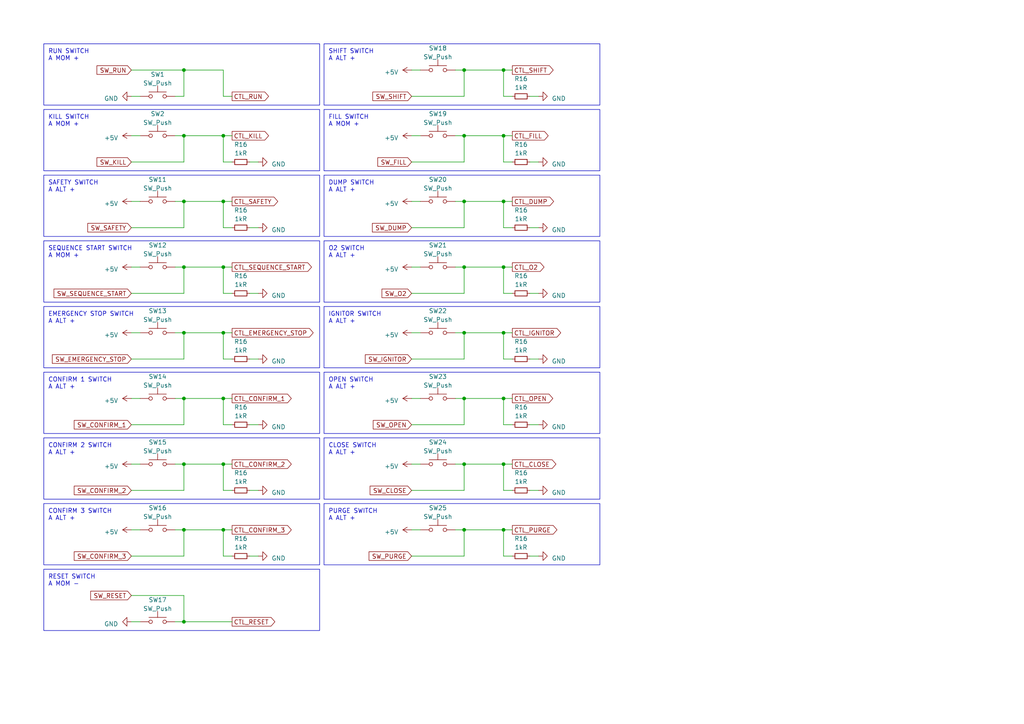
<source format=kicad_sch>
(kicad_sch (version 20230121) (generator eeschema)
  (paper "A4")
  (lib_symbols
    (symbol "Device:R_Small" (pin_numbers hide) (pin_names (offset 0.254) hide)
      (property "Reference" "R" (at 0.762 0.508 0))
      (property "Value" "R_Small" (at 0.762 -1.016 0))
      (symbol "R_Small_0_1"
        (rectangle (start -0.762 1.778) (end 0.762 -1.778) (stroke (width 0.2032)))
      )
      (symbol "R_Small_1_1"
        (pin passive line (at 0 2.54 270) (length 0.762) (name "~") (number "1"))
        (pin passive line (at 0 -2.54 90) (length 0.762) (name "~") (number "2"))
      )
    )
    (symbol "Switch:SW_Push" (pin_numbers hide) (pin_names (offset 1.016) hide)
      (property "Reference" "SW" (at 1.27 2.54 0))
      (property "Value" "SW_Push" (at 0 -1.524 0))
      (symbol "SW_Push_0_1"
        (circle (center -2.032 0) (radius 0.508))
        (polyline (pts (xy 0 1.27) (xy 0 3.048)))
        (polyline (pts (xy 2.54 1.27) (xy -2.54 1.27)))
        (circle (center 2.032 0) (radius 0.508))
        (pin passive line (at -5.08 0 0) (length 2.54) (name "1") (number "1"))
        (pin passive line (at 5.08 0 180) (length 2.54) (name "2") (number "2"))
      )
    )
    (symbol "power:+5V" (power) (pin_names (offset 0))
      (property "Value" "+5V" (at 0 3.556 0))
      (symbol "+5V_0_1"
        (polyline (pts (xy -0.762 1.27) (xy 0 2.54)))
        (polyline (pts (xy 0 0) (xy 0 2.54)))
        (polyline (pts (xy 0 2.54) (xy 0.762 1.27)))
      )
      (symbol "+5V_1_1"
        (pin power_in line (at 0 0 90) (length 0) hide (name "+5V") (number "1"))
      )
    )
    (symbol "power:GND" (power) (pin_names (offset 0))
      (property "Value" "GND" (at 0 -3.81 0))
      (symbol "GND_0_1"
        (polyline (pts (xy 0 0) (xy 0 -1.27) (xy 1.27 -1.27) (xy 0 -2.54) (xy -1.27 -1.27) (xy 0 -1.27)))
      )
      (symbol "GND_1_1"
        (pin power_in line (at 0 0 270) (length 0) hide (name "GND") (number "1"))
      )
    )
  )
  (junction (at 146.05 58.42))
  (junction (at 146.05 20.32))
  (junction (at 53.34 153.67))
  (junction (at 134.62 58.42))
  (junction (at 53.34 58.42))
  (junction (at 134.62 77.47))
  (junction (at 53.34 180.34))
  (junction (at 53.34 115.57))
  (junction (at 134.62 96.52))
  (junction (at 134.62 134.62))
  (junction (at 64.77 39.37))
  (junction (at 134.62 20.32))
  (junction (at 53.34 134.62))
  (junction (at 64.77 58.42))
  (junction (at 64.77 134.62))
  (junction (at 64.77 153.67))
  (junction (at 146.05 77.47))
  (junction (at 64.77 96.52))
  (junction (at 53.34 77.47))
  (junction (at 64.77 115.57))
  (junction (at 64.77 77.47))
  (junction (at 134.62 115.57))
  (junction (at 146.05 96.52))
  (junction (at 53.34 39.37))
  (junction (at 146.05 39.37))
  (junction (at 134.62 39.37))
  (junction (at 146.05 153.67))
  (junction (at 53.34 20.32))
  (junction (at 53.34 96.52))
  (junction (at 146.05 134.62))
  (junction (at 134.62 153.67))
  (junction (at 146.05 115.57))
  (wire (pts (xy 148.59 66.04) (xy 146.05 66.04)))
  (wire (pts (xy 67.31 161.29) (xy 64.77 161.29)))
  (wire (pts (xy 153.67 123.19) (xy 156.21 123.19)))
  (wire (pts (xy 53.34 153.67) (xy 64.77 153.67)))
  (wire (pts (xy 50.8 39.37) (xy 53.34 39.37)))
  (wire (pts (xy 40.64 180.34) (xy 38.1 180.34)))
  (wire (pts (xy 119.38 66.04) (xy 134.62 66.04)))
  (wire (pts (xy 153.67 142.24) (xy 156.21 142.24)))
  (wire (pts (xy 146.05 58.42) (xy 148.59 58.42)))
  (wire (pts (xy 132.08 39.37) (xy 134.62 39.37)))
  (wire (pts (xy 53.34 46.99) (xy 53.34 39.37)))
  (wire (pts (xy 134.62 85.09) (xy 134.62 77.47)))
  (wire (pts (xy 148.59 123.19) (xy 146.05 123.19)))
  (wire (pts (xy 146.05 153.67) (xy 146.05 161.29)))
  (wire (pts (xy 121.92 77.47) (xy 119.38 77.47)))
  (wire (pts (xy 134.62 27.94) (xy 134.62 20.32)))
  (wire (pts (xy 119.38 46.99) (xy 134.62 46.99)))
  (wire (pts (xy 119.38 27.94) (xy 134.62 27.94)))
  (wire (pts (xy 119.38 161.29) (xy 134.62 161.29)))
  (wire (pts (xy 53.34 104.14) (xy 53.34 96.52)))
  (wire (pts (xy 121.92 20.32) (xy 119.38 20.32)))
  (wire (pts (xy 38.1 142.24) (xy 53.34 142.24)))
  (wire (pts (xy 53.34 85.09) (xy 53.34 77.47)))
  (wire (pts (xy 121.92 39.37) (xy 119.38 39.37)))
  (wire (pts (xy 64.77 153.67) (xy 64.77 161.29)))
  (wire (pts (xy 148.59 46.99) (xy 146.05 46.99)))
  (wire (pts (xy 40.64 115.57) (xy 38.1 115.57)))
  (wire (pts (xy 132.08 77.47) (xy 134.62 77.47)))
  (wire (pts (xy 132.08 58.42) (xy 134.62 58.42)))
  (wire (pts (xy 146.05 58.42) (xy 146.05 66.04)))
  (wire (pts (xy 40.64 77.47) (xy 38.1 77.47)))
  (wire (pts (xy 146.05 96.52) (xy 148.59 96.52)))
  (wire (pts (xy 40.64 134.62) (xy 38.1 134.62)))
  (wire (pts (xy 40.64 58.42) (xy 38.1 58.42)))
  (wire (pts (xy 67.31 142.24) (xy 64.77 142.24)))
  (wire (pts (xy 72.39 123.19) (xy 74.93 123.19)))
  (wire (pts (xy 134.62 115.57) (xy 146.05 115.57)))
  (wire (pts (xy 146.05 77.47) (xy 146.05 85.09)))
  (wire (pts (xy 38.1 46.99) (xy 53.34 46.99)))
  (wire (pts (xy 153.67 85.09) (xy 156.21 85.09)))
  (wire (pts (xy 148.59 104.14) (xy 146.05 104.14)))
  (wire (pts (xy 50.8 134.62) (xy 53.34 134.62)))
  (wire (pts (xy 121.92 115.57) (xy 119.38 115.57)))
  (wire (pts (xy 53.34 115.57) (xy 64.77 115.57)))
  (wire (pts (xy 146.05 96.52) (xy 146.05 104.14)))
  (wire (pts (xy 72.39 142.24) (xy 74.93 142.24)))
  (wire (pts (xy 64.77 153.67) (xy 67.31 153.67)))
  (wire (pts (xy 67.31 66.04) (xy 64.77 66.04)))
  (wire (pts (xy 72.39 66.04) (xy 74.93 66.04)))
  (wire (pts (xy 146.05 39.37) (xy 146.05 46.99)))
  (wire (pts (xy 153.67 104.14) (xy 156.21 104.14)))
  (wire (pts (xy 134.62 161.29) (xy 134.62 153.67)))
  (wire (pts (xy 119.38 104.14) (xy 134.62 104.14)))
  (wire (pts (xy 148.59 161.29) (xy 146.05 161.29)))
  (wire (pts (xy 64.77 115.57) (xy 64.77 123.19)))
  (wire (pts (xy 121.92 134.62) (xy 119.38 134.62)))
  (wire (pts (xy 134.62 66.04) (xy 134.62 58.42)))
  (wire (pts (xy 132.08 115.57) (xy 134.62 115.57)))
  (wire (pts (xy 53.34 134.62) (xy 64.77 134.62)))
  (wire (pts (xy 53.34 27.94) (xy 53.34 20.32)))
  (wire (pts (xy 53.34 96.52) (xy 64.77 96.52)))
  (wire (pts (xy 146.05 77.47) (xy 148.59 77.47)))
  (wire (pts (xy 148.59 27.94) (xy 146.05 27.94)))
  (wire (pts (xy 40.64 153.67) (xy 38.1 153.67)))
  (wire (pts (xy 134.62 134.62) (xy 146.05 134.62)))
  (wire (pts (xy 38.1 85.09) (xy 53.34 85.09)))
  (wire (pts (xy 132.08 20.32) (xy 134.62 20.32)))
  (wire (pts (xy 64.77 134.62) (xy 64.77 142.24)))
  (wire (pts (xy 67.31 104.14) (xy 64.77 104.14)))
  (wire (pts (xy 40.64 96.52) (xy 38.1 96.52)))
  (wire (pts (xy 121.92 153.67) (xy 119.38 153.67)))
  (wire (pts (xy 53.34 39.37) (xy 64.77 39.37)))
  (wire (pts (xy 53.34 123.19) (xy 53.34 115.57)))
  (wire (pts (xy 153.67 46.99) (xy 156.21 46.99)))
  (wire (pts (xy 64.77 58.42) (xy 64.77 66.04)))
  (wire (pts (xy 64.77 39.37) (xy 67.31 39.37)))
  (wire (pts (xy 121.92 58.42) (xy 119.38 58.42)))
  (wire (pts (xy 134.62 20.32) (xy 146.05 20.32)))
  (wire (pts (xy 64.77 134.62) (xy 67.31 134.62)))
  (wire (pts (xy 67.31 46.99) (xy 64.77 46.99)))
  (wire (pts (xy 72.39 85.09) (xy 74.93 85.09)))
  (wire (pts (xy 146.05 20.32) (xy 148.59 20.32)))
  (wire (pts (xy 50.8 96.52) (xy 53.34 96.52)))
  (wire (pts (xy 53.34 172.72) (xy 53.34 180.34)))
  (wire (pts (xy 134.62 46.99) (xy 134.62 39.37)))
  (wire (pts (xy 121.92 96.52) (xy 119.38 96.52)))
  (wire (pts (xy 38.1 161.29) (xy 53.34 161.29)))
  (wire (pts (xy 134.62 58.42) (xy 146.05 58.42)))
  (wire (pts (xy 153.67 66.04) (xy 156.21 66.04)))
  (wire (pts (xy 146.05 134.62) (xy 146.05 142.24)))
  (wire (pts (xy 67.31 27.94) (xy 64.77 27.94)))
  (wire (pts (xy 119.38 85.09) (xy 134.62 85.09)))
  (wire (pts (xy 148.59 142.24) (xy 146.05 142.24)))
  (wire (pts (xy 119.38 142.24) (xy 134.62 142.24)))
  (wire (pts (xy 146.05 153.67) (xy 148.59 153.67)))
  (wire (pts (xy 64.77 96.52) (xy 64.77 104.14)))
  (wire (pts (xy 38.1 20.32) (xy 53.34 20.32)))
  (wire (pts (xy 132.08 134.62) (xy 134.62 134.62)))
  (wire (pts (xy 134.62 123.19) (xy 134.62 115.57)))
  (wire (pts (xy 38.1 27.94) (xy 40.64 27.94)))
  (wire (pts (xy 134.62 77.47) (xy 146.05 77.47)))
  (wire (pts (xy 132.08 96.52) (xy 134.62 96.52)))
  (wire (pts (xy 50.8 77.47) (xy 53.34 77.47)))
  (wire (pts (xy 134.62 96.52) (xy 146.05 96.52)))
  (wire (pts (xy 146.05 134.62) (xy 148.59 134.62)))
  (wire (pts (xy 40.64 39.37) (xy 38.1 39.37)))
  (wire (pts (xy 132.08 153.67) (xy 134.62 153.67)))
  (wire (pts (xy 134.62 104.14) (xy 134.62 96.52)))
  (wire (pts (xy 64.77 96.52) (xy 67.31 96.52)))
  (wire (pts (xy 134.62 39.37) (xy 146.05 39.37)))
  (wire (pts (xy 64.77 77.47) (xy 67.31 77.47)))
  (wire (pts (xy 53.34 180.34) (xy 67.31 180.34)))
  (wire (pts (xy 153.67 161.29) (xy 156.21 161.29)))
  (wire (pts (xy 64.77 58.42) (xy 67.31 58.42)))
  (wire (pts (xy 53.34 20.32) (xy 64.77 20.32)))
  (wire (pts (xy 53.34 142.24) (xy 53.34 134.62)))
  (wire (pts (xy 67.31 123.19) (xy 64.77 123.19)))
  (wire (pts (xy 72.39 104.14) (xy 74.93 104.14)))
  (wire (pts (xy 146.05 115.57) (xy 146.05 123.19)))
  (wire (pts (xy 50.8 153.67) (xy 53.34 153.67)))
  (wire (pts (xy 134.62 142.24) (xy 134.62 134.62)))
  (wire (pts (xy 134.62 153.67) (xy 146.05 153.67)))
  (wire (pts (xy 146.05 115.57) (xy 148.59 115.57)))
  (wire (pts (xy 50.8 58.42) (xy 53.34 58.42)))
  (wire (pts (xy 64.77 77.47) (xy 64.77 85.09)))
  (wire (pts (xy 72.39 46.99) (xy 74.93 46.99)))
  (wire (pts (xy 72.39 161.29) (xy 74.93 161.29)))
  (wire (pts (xy 153.67 27.94) (xy 156.21 27.94)))
  (wire (pts (xy 67.31 85.09) (xy 64.77 85.09)))
  (wire (pts (xy 38.1 123.19) (xy 53.34 123.19)))
  (wire (pts (xy 53.34 66.04) (xy 53.34 58.42)))
  (wire (pts (xy 148.59 85.09) (xy 146.05 85.09)))
  (wire (pts (xy 146.05 39.37) (xy 148.59 39.37)))
  (wire (pts (xy 64.77 39.37) (xy 64.77 46.99)))
  (wire (pts (xy 50.8 27.94) (xy 53.34 27.94)))
  (wire (pts (xy 50.8 180.34) (xy 53.34 180.34)))
  (wire (pts (xy 50.8 115.57) (xy 53.34 115.57)))
  (wire (pts (xy 38.1 104.14) (xy 53.34 104.14)))
  (wire (pts (xy 64.77 27.94) (xy 64.77 20.32)))
  (wire (pts (xy 53.34 161.29) (xy 53.34 153.67)))
  (wire (pts (xy 53.34 77.47) (xy 64.77 77.47)))
  (wire (pts (xy 64.77 115.57) (xy 67.31 115.57)))
  (wire (pts (xy 53.34 58.42) (xy 64.77 58.42)))
  (wire (pts (xy 38.1 66.04) (xy 53.34 66.04)))
  (wire (pts (xy 146.05 20.32) (xy 146.05 27.94)))
  (wire (pts (xy 119.38 123.19) (xy 134.62 123.19)))
  (wire (pts (xy 38.1 172.72) (xy 53.34 172.72)))
  (rectangle (start 12.7 127) (end 92.71 144.78))
  (rectangle (start 12.7 69.85) (end 92.71 87.63))
  (rectangle (start 12.7 50.8) (end 92.71 68.58))
  (rectangle (start 12.7 146.05) (end 92.71 163.83))
  (rectangle (start 93.98 31.75) (end 173.99 49.53))
  (rectangle (start 93.98 50.8) (end 173.99 68.58))
  (rectangle (start 12.7 12.7) (end 92.71 30.48))
  (rectangle (start 93.98 69.85) (end 173.99 87.63))
  (rectangle (start 12.7 107.95) (end 92.71 125.73))
  (rectangle (start 12.7 88.9) (end 92.71 106.68))
  (rectangle (start 12.7 31.75) (end 92.71 49.53))
  (rectangle (start 93.98 127) (end 173.99 144.78))
  (rectangle (start 12.7 165.1) (end 92.71 182.88))
  (rectangle (start 93.98 88.9) (end 173.99 106.68))
  (rectangle (start 93.98 146.05) (end 173.99 163.83))
  (rectangle (start 93.98 107.95) (end 173.99 125.73))
  (rectangle (start 93.98 12.7) (end 173.99 30.48))
  (text "SEQUENCE START SWITCH\nA MOM +" (at 13.97 74.93 0) (effects (font (size 1.27 1.27)) (justify left bottom)))
  (text "OPEN SWITCH\nA ALT +" (at 95.25 113.03 0) (effects (font (size 1.27 1.27)) (justify left bottom)))
  (text "CONFIRM 1 SWITCH\nA ALT +" (at 13.97 113.03 0) (effects (font (size 1.27 1.27)) (justify left bottom)))
  (text "IGNITOR SWITCH\nA ALT +" (at 95.25 93.98 0) (effects (font (size 1.27 1.27)) (justify left bottom)))
  (text "KILL SWITCH\nA MOM +" (at 13.97 36.83 0) (effects (font (size 1.27 1.27)) (justify left bottom)))
  (text "CLOSE SWITCH\nA ALT +" (at 95.25 132.08 0) (effects (font (size 1.27 1.27)) (justify left bottom)))
  (text "CONFIRM 2 SWITCH\nA ALT +" (at 13.97 132.08 0) (effects (font (size 1.27 1.27)) (justify left bottom)))
  (text "SAFETY SWITCH\nA ALT +" (at 13.97 55.88 0) (effects (font (size 1.27 1.27)) (justify left bottom)))
  (text "PURGE SWITCH\nA ALT +" (at 95.25 151.13 0) (effects (font (size 1.27 1.27)) (justify left bottom)))
  (text "CONFIRM 3 SWITCH\nA ALT +" (at 13.97 151.13 0) (effects (font (size 1.27 1.27)) (justify left bottom)))
  (text "SHIFT SWITCH\nA ALT +" (at 95.25 17.78 0) (effects (font (size 1.27 1.27)) (justify left bottom)))
  (text "RESET SWITCH\nA MOM -" (at 13.97 170.18 0) (effects (font (size 1.27 1.27)) (justify left bottom)))
  (text "FILL SWITCH\nA MOM +" (at 95.25 36.83 0) (effects (font (size 1.27 1.27)) (justify left bottom)))
  (text "RUN SWITCH\nA MOM +" (at 13.97 17.78 0) (effects (font (size 1.27 1.27)) (justify left bottom)))
  (text "DUMP SWITCH\nA ALT +" (at 95.25 55.88 0) (effects (font (size 1.27 1.27)) (justify left bottom)))
  (text "EMERGENCY STOP SWITCH\nA ALT +" (at 13.97 93.98 0) (effects (font (size 1.27 1.27)) (justify left bottom)))
  (text "O2 SWITCH\nA ALT +" (at 95.25 74.93 0) (effects (font (size 1.27 1.27)) (justify left bottom)))
  (global_label "CTL_SEQUENCE_START" (shape output) (at 67.31 77.47 0) (property "Intersheetrefs" "${INTERSHEET_REFS}" (effects hide)))
  (global_label "SW_RUN" (shape input) (at 38.1 20.32 180) (property "Intersheetrefs" "${INTERSHEET_REFS}" (effects hide)))
  (global_label "CTL_OPEN" (shape output) (at 148.59 115.57 0) (property "Intersheetrefs" "${INTERSHEET_REFS}" (effects hide)))
  (global_label "CTL_CONFIRM_2" (shape output) (at 67.31 134.62 0) (property "Intersheetrefs" "${INTERSHEET_REFS}" (effects hide)))
  (global_label "CTL_DUMP" (shape output) (at 148.59 58.42 0) (property "Intersheetrefs" "${INTERSHEET_REFS}" (effects hide)))
  (global_label "SW_OPEN" (shape input) (at 119.38 123.19 180) (property "Intersheetrefs" "${INTERSHEET_REFS}" (effects hide)))
  (global_label "SW_KILL" (shape input) (at 38.1 46.99 180) (property "Intersheetrefs" "${INTERSHEET_REFS}" (effects hide)))
  (global_label "CTL_PURGE" (shape output) (at 148.59 153.67 0) (property "Intersheetrefs" "${INTERSHEET_REFS}" (effects hide)))
  (global_label "SW_IGNITOR" (shape input) (at 119.38 104.14 180) (property "Intersheetrefs" "${INTERSHEET_REFS}" (effects hide)))
  (global_label "CTL_SHIFT" (shape output) (at 148.59 20.32 0) (property "Intersheetrefs" "${INTERSHEET_REFS}" (effects hide)))
  (global_label "CTL_CLOSE" (shape output) (at 148.59 134.62 0) (property "Intersheetrefs" "${INTERSHEET_REFS}" (effects hide)))
  (global_label "SW_SAFETY" (shape input) (at 38.1 66.04 180) (property "Intersheetrefs" "${INTERSHEET_REFS}" (effects hide)))
  (global_label "SW_O2" (shape input) (at 119.38 85.09 180) (property "Intersheetrefs" "${INTERSHEET_REFS}" (effects hide)))
  (global_label "SW_FILL" (shape input) (at 119.38 46.99 180) (property "Intersheetrefs" "${INTERSHEET_REFS}" (effects hide)))
  (global_label "SW_SHIFT" (shape input) (at 119.38 27.94 180) (property "Intersheetrefs" "${INTERSHEET_REFS}" (effects hide)))
  (global_label "CTL_SAFETY" (shape output) (at 67.31 58.42 0) (property "Intersheetrefs" "${INTERSHEET_REFS}" (effects hide)))
  (global_label "SW_CLOSE" (shape input) (at 119.38 142.24 180) (property "Intersheetrefs" "${INTERSHEET_REFS}" (effects hide)))
  (global_label "SW_CONFIRM_2" (shape input) (at 38.1 142.24 180) (property "Intersheetrefs" "${INTERSHEET_REFS}" (effects hide)))
  (global_label "CTL_KILL" (shape output) (at 67.31 39.37 0) (property "Intersheetrefs" "${INTERSHEET_REFS}" (effects hide)))
  (global_label "CTL_FILL" (shape output) (at 148.59 39.37 0) (property "Intersheetrefs" "${INTERSHEET_REFS}" (effects hide)))
  (global_label "CTL_RESET" (shape output) (at 67.31 180.34 0) (property "Intersheetrefs" "${INTERSHEET_REFS}" (effects hide)))
  (global_label "CTL_RUN" (shape output) (at 67.31 27.94 0) (property "Intersheetrefs" "${INTERSHEET_REFS}" (effects hide)))
  (global_label "CTL_EMERGENCY_STOP" (shape output) (at 67.31 96.52 0) (property "Intersheetrefs" "${INTERSHEET_REFS}" (effects hide)))
  (global_label "SW_PURGE" (shape input) (at 119.38 161.29 180) (property "Intersheetrefs" "${INTERSHEET_REFS}" (effects hide)))
  (global_label "SW_CONFIRM_3" (shape input) (at 38.1 161.29 180) (property "Intersheetrefs" "${INTERSHEET_REFS}" (effects hide)))
  (global_label "CTL_O2" (shape output) (at 148.59 77.47 0) (property "Intersheetrefs" "${INTERSHEET_REFS}" (effects hide)))
  (global_label "CTL_CONFIRM_1" (shape output) (at 67.31 115.57 0) (property "Intersheetrefs" "${INTERSHEET_REFS}" (effects hide)))
  (global_label "SW_RESET" (shape input) (at 38.1 172.72 180) (property "Intersheetrefs" "${INTERSHEET_REFS}" (effects hide)))
  (global_label "CTL_IGNITOR" (shape output) (at 148.59 96.52 0) (property "Intersheetrefs" "${INTERSHEET_REFS}" (effects hide)))
  (global_label "SW_SEQUENCE_START" (shape input) (at 38.1 85.09 180) (property "Intersheetrefs" "${INTERSHEET_REFS}" (effects hide)))
  (global_label "SW_EMERGENCY_STOP" (shape input) (at 38.1 104.14 180) (property "Intersheetrefs" "${INTERSHEET_REFS}" (effects hide)))
  (global_label "CTL_CONFIRM_3" (shape output) (at 67.31 153.67 0) (property "Intersheetrefs" "${INTERSHEET_REFS}" (effects hide)))
  (global_label "SW_CONFIRM_1" (shape input) (at 38.1 123.19 180) (property "Intersheetrefs" "${INTERSHEET_REFS}" (effects hide)))
  (global_label "SW_DUMP" (shape input) (at 119.38 66.04 180) (property "Intersheetrefs" "${INTERSHEET_REFS}" (effects hide)))
  (symbol (lib_id "Switch:SW_Push") (at 45.72 39.37 0) (unit 1)
    (property "Reference" "SW2" (at 45.72 33.02 0))
    (property "Value" "SW_Push" (at 45.72 35.56 0))
    (property "Footprint" "TSRP_Button_Switch_SMD:TVAF06-A020B-R" (effects hide))
    (property "Datasheet" "https://akizukidenshi.com/catalog/g/gP-14888/" (effects hide))
  )
  (symbol (lib_id "Device:R_Small") (at 151.13 104.14 90) (unit 1)
    (property "Reference" "R16" (at 151.13 99.06 90))
    (property "Value" "1kR" (at 151.13 101.6 90))
    (property "Footprint" "Resistor_SMD:R_0603_1608Metric_Pad0.98x0.95mm_HandSolder" (effects hide))
    (property "Datasheet" "https://www.chip1stop.com/view/dispDetail/DispDetail?partId=ROHM-0021097" (effects hide))
  )
  (symbol (lib_id "power:+5V") (at 38.1 77.47 90) (unit 1)
    (property "Reference" "#PWR0107" (effects hide))
    (property "Value" "+5V" (at 34.29 78.105 90) (effects (justify left)))
  )
  (symbol (lib_id "power:GND") (at 38.1 27.94 270) (unit 1)
    (property "Reference" "#PWR06" (effects hide))
    (property "Value" "GND" (at 34.29 28.575 90) (effects (justify right)))
  )
  (symbol (lib_id "power:+5V") (at 119.38 96.52 90) (unit 1)
    (property "Reference" "#PWR0127" (effects hide))
    (property "Value" "+5V" (at 115.57 97.155 90) (effects (justify left)))
  )
  (symbol (lib_id "power:GND") (at 74.93 142.24 90) (unit 1)
    (property "Reference" "#PWR0114" (effects hide))
    (property "Value" "GND" (at 78.74 142.875 90) (effects (justify right)))
  )
  (symbol (lib_id "Device:R_Small") (at 69.85 123.19 90) (unit 1)
    (property "Reference" "R16" (at 69.85 118.11 90))
    (property "Value" "1kR" (at 69.85 120.65 90))
    (property "Footprint" "Resistor_SMD:R_0603_1608Metric_Pad0.98x0.95mm_HandSolder" (effects hide))
    (property "Datasheet" "https://www.chip1stop.com/view/dispDetail/DispDetail?partId=ROHM-0021097" (effects hide))
  )
  (symbol (lib_id "Device:R_Small") (at 151.13 85.09 90) (unit 1)
    (property "Reference" "R16" (at 151.13 80.01 90))
    (property "Value" "1kR" (at 151.13 82.55 90))
    (property "Footprint" "Resistor_SMD:R_0603_1608Metric_Pad0.98x0.95mm_HandSolder" (effects hide))
    (property "Datasheet" "https://www.chip1stop.com/view/dispDetail/DispDetail?partId=ROHM-0021097" (effects hide))
  )
  (symbol (lib_id "power:+5V") (at 119.38 115.57 90) (unit 1)
    (property "Reference" "#PWR0129" (effects hide))
    (property "Value" "+5V" (at 115.57 116.205 90) (effects (justify left)))
  )
  (symbol (lib_id "power:GND") (at 156.21 123.19 90) (unit 1)
    (property "Reference" "#PWR0130" (effects hide))
    (property "Value" "GND" (at 160.02 123.825 90) (effects (justify right)))
  )
  (symbol (lib_id "Switch:SW_Push") (at 127 134.62 0) (unit 1)
    (property "Reference" "SW24" (at 127 128.27 0))
    (property "Value" "SW_Push" (at 127 130.81 0))
    (property "Footprint" "Connector_PinHeader_2.54mm:PinHeader_1x02_P2.54mm_Vertical" (effects hide))
    (property "Datasheet" "https://akizukidenshi.com/catalog/g/gC-08593/" (effects hide))
  )
  (symbol (lib_id "Device:R_Small") (at 151.13 46.99 90) (unit 1)
    (property "Reference" "R16" (at 151.13 41.91 90))
    (property "Value" "1kR" (at 151.13 44.45 90))
    (property "Footprint" "Resistor_SMD:R_0603_1608Metric_Pad0.98x0.95mm_HandSolder" (effects hide))
    (property "Datasheet" "https://www.chip1stop.com/view/dispDetail/DispDetail?partId=ROHM-0021097" (effects hide))
  )
  (symbol (lib_id "power:GND") (at 74.93 123.19 90) (unit 1)
    (property "Reference" "#PWR0112" (effects hide))
    (property "Value" "GND" (at 78.74 123.825 90) (effects (justify right)))
  )
  (symbol (lib_id "Device:R_Small") (at 69.85 85.09 90) (unit 1)
    (property "Reference" "R16" (at 69.85 80.01 90))
    (property "Value" "1kR" (at 69.85 82.55 90))
    (property "Footprint" "Resistor_SMD:R_0603_1608Metric_Pad0.98x0.95mm_HandSolder" (effects hide))
    (property "Datasheet" "https://www.chip1stop.com/view/dispDetail/DispDetail?partId=ROHM-0021097" (effects hide))
  )
  (symbol (lib_id "Switch:SW_Push") (at 127 77.47 0) (unit 1)
    (property "Reference" "SW21" (at 127 71.12 0))
    (property "Value" "SW_Push" (at 127 73.66 0))
    (property "Footprint" "Connector_PinHeader_2.54mm:PinHeader_1x02_P2.54mm_Vertical" (effects hide))
    (property "Datasheet" "https://akizukidenshi.com/catalog/g/gC-08593/" (effects hide))
  )
  (symbol (lib_id "power:GND") (at 156.21 66.04 90) (unit 1)
    (property "Reference" "#PWR0124" (effects hide))
    (property "Value" "GND" (at 160.02 66.675 90) (effects (justify right)))
  )
  (symbol (lib_id "Device:R_Small") (at 69.85 66.04 90) (unit 1)
    (property "Reference" "R16" (at 69.85 60.96 90))
    (property "Value" "1kR" (at 69.85 63.5 90))
    (property "Footprint" "Resistor_SMD:R_0603_1608Metric_Pad0.98x0.95mm_HandSolder" (effects hide))
    (property "Datasheet" "https://www.chip1stop.com/view/dispDetail/DispDetail?partId=ROHM-0021097" (effects hide))
  )
  (symbol (lib_id "Switch:SW_Push") (at 45.72 134.62 0) (unit 1)
    (property "Reference" "SW15" (at 45.72 128.27 0))
    (property "Value" "SW_Push" (at 45.72 130.81 0))
    (property "Footprint" "Connector_PinHeader_2.54mm:PinHeader_1x02_P2.54mm_Vertical" (effects hide))
    (property "Datasheet" "https://akizukidenshi.com/catalog/g/gC-08593/" (effects hide))
  )
  (symbol (lib_id "power:GND") (at 38.1 180.34 270) (unit 1)
    (property "Reference" "#PWR0104" (effects hide))
    (property "Value" "GND" (at 34.29 180.975 90) (effects (justify right)))
  )
  (symbol (lib_id "power:+5V") (at 38.1 134.62 90) (unit 1)
    (property "Reference" "#PWR0113" (effects hide))
    (property "Value" "+5V" (at 34.29 135.255 90) (effects (justify left)))
  )
  (symbol (lib_id "Switch:SW_Push") (at 127 153.67 0) (unit 1)
    (property "Reference" "SW25" (at 127 147.32 0))
    (property "Value" "SW_Push" (at 127 149.86 0))
    (property "Footprint" "Connector_PinHeader_2.54mm:PinHeader_1x02_P2.54mm_Vertical" (effects hide))
    (property "Datasheet" "https://akizukidenshi.com/catalog/g/gC-08593/" (effects hide))
  )
  (symbol (lib_id "Switch:SW_Push") (at 45.72 27.94 0) (unit 1)
    (property "Reference" "SW1" (at 45.72 21.59 0))
    (property "Value" "SW_Push" (at 45.72 24.13 0))
    (property "Footprint" "TSRP_Button_Switch_SMD:TVAF06-A020B-R" (effects hide))
    (property "Datasheet" "https://akizukidenshi.com/catalog/g/gP-14888/" (effects hide))
  )
  (symbol (lib_id "Device:R_Small") (at 69.85 104.14 90) (unit 1)
    (property "Reference" "R16" (at 69.85 99.06 90))
    (property "Value" "1kR" (at 69.85 101.6 90))
    (property "Footprint" "Resistor_SMD:R_0603_1608Metric_Pad0.98x0.95mm_HandSolder" (effects hide))
    (property "Datasheet" "https://www.chip1stop.com/view/dispDetail/DispDetail?partId=ROHM-0021097" (effects hide))
  )
  (symbol (lib_id "Device:R_Small") (at 151.13 123.19 90) (unit 1)
    (property "Reference" "R16" (at 151.13 118.11 90))
    (property "Value" "1kR" (at 151.13 120.65 90))
    (property "Footprint" "Resistor_SMD:R_0603_1608Metric_Pad0.98x0.95mm_HandSolder" (effects hide))
    (property "Datasheet" "https://www.chip1stop.com/view/dispDetail/DispDetail?partId=ROHM-0021097" (effects hide))
  )
  (symbol (lib_id "power:GND") (at 156.21 161.29 90) (unit 1)
    (property "Reference" "#PWR0134" (effects hide))
    (property "Value" "GND" (at 160.02 161.925 90) (effects (justify right)))
  )
  (symbol (lib_id "power:GND") (at 156.21 46.99 90) (unit 1)
    (property "Reference" "#PWR0122" (effects hide))
    (property "Value" "GND" (at 160.02 47.625 90) (effects (justify right)))
  )
  (symbol (lib_id "power:+5V") (at 119.38 153.67 90) (unit 1)
    (property "Reference" "#PWR0133" (effects hide))
    (property "Value" "+5V" (at 115.57 154.305 90) (effects (justify left)))
  )
  (symbol (lib_id "Switch:SW_Push") (at 45.72 180.34 0) (unit 1)
    (property "Reference" "SW17" (at 45.72 173.99 0))
    (property "Value" "SW_Push" (at 45.72 176.53 0))
    (property "Footprint" "TSRP_Button_Switch_SMD:TVAF06-A020B-R" (effects hide))
    (property "Datasheet" "https://akizukidenshi.com/catalog/g/gP-14888/" (effects hide))
  )
  (symbol (lib_id "power:+5V") (at 38.1 153.67 90) (unit 1)
    (property "Reference" "#PWR0115" (effects hide))
    (property "Value" "+5V" (at 34.29 154.305 90) (effects (justify left)))
  )
  (symbol (lib_id "power:GND") (at 74.93 104.14 90) (unit 1)
    (property "Reference" "#PWR0110" (effects hide))
    (property "Value" "GND" (at 78.74 104.775 90) (effects (justify right)))
  )
  (symbol (lib_id "power:GND") (at 74.93 85.09 90) (unit 1)
    (property "Reference" "#PWR0108" (effects hide))
    (property "Value" "GND" (at 78.74 85.725 90) (effects (justify right)))
  )
  (symbol (lib_id "Switch:SW_Push") (at 127 96.52 0) (unit 1)
    (property "Reference" "SW22" (at 127 90.17 0))
    (property "Value" "SW_Push" (at 127 92.71 0))
    (property "Footprint" "Connector_PinHeader_2.54mm:PinHeader_1x02_P2.54mm_Vertical" (effects hide))
    (property "Datasheet" "https://akizukidenshi.com/catalog/g/gC-08593/" (effects hide))
  )
  (symbol (lib_id "power:+5V") (at 119.38 20.32 90) (unit 1)
    (property "Reference" "#PWR0119" (effects hide))
    (property "Value" "+5V" (at 115.57 20.955 90) (effects (justify left)))
  )
  (symbol (lib_id "Device:R_Small") (at 69.85 161.29 90) (unit 1)
    (property "Reference" "R16" (at 69.85 156.21 90))
    (property "Value" "1kR" (at 69.85 158.75 90))
    (property "Footprint" "Resistor_SMD:R_0603_1608Metric_Pad0.98x0.95mm_HandSolder" (effects hide))
    (property "Datasheet" "https://www.chip1stop.com/view/dispDetail/DispDetail?partId=ROHM-0021097" (effects hide))
  )
  (symbol (lib_id "Device:R_Small") (at 151.13 66.04 90) (unit 1)
    (property "Reference" "R16" (at 151.13 60.96 90))
    (property "Value" "1kR" (at 151.13 63.5 90))
    (property "Footprint" "Resistor_SMD:R_0603_1608Metric_Pad0.98x0.95mm_HandSolder" (effects hide))
    (property "Datasheet" "https://www.chip1stop.com/view/dispDetail/DispDetail?partId=ROHM-0021097" (effects hide))
  )
  (symbol (lib_id "Device:R_Small") (at 151.13 27.94 90) (unit 1)
    (property "Reference" "R16" (at 151.13 22.86 90))
    (property "Value" "1kR" (at 151.13 25.4 90))
    (property "Footprint" "Resistor_SMD:R_0603_1608Metric_Pad0.98x0.95mm_HandSolder" (effects hide))
    (property "Datasheet" "https://www.chip1stop.com/view/dispDetail/DispDetail?partId=ROHM-0021097" (effects hide))
  )
  (symbol (lib_id "Switch:SW_Push") (at 45.72 115.57 0) (unit 1)
    (property "Reference" "SW14" (at 45.72 109.22 0))
    (property "Value" "SW_Push" (at 45.72 111.76 0))
    (property "Footprint" "Connector_PinHeader_2.54mm:PinHeader_1x02_P2.54mm_Vertical" (effects hide))
    (property "Datasheet" "https://akizukidenshi.com/catalog/g/gC-08593/" (effects hide))
  )
  (symbol (lib_id "Device:R_Small") (at 151.13 161.29 90) (unit 1)
    (property "Reference" "R16" (at 151.13 156.21 90))
    (property "Value" "1kR" (at 151.13 158.75 90))
    (property "Footprint" "Resistor_SMD:R_0603_1608Metric_Pad0.98x0.95mm_HandSolder" (effects hide))
    (property "Datasheet" "https://www.chip1stop.com/view/dispDetail/DispDetail?partId=ROHM-0021097" (effects hide))
  )
  (symbol (lib_id "Switch:SW_Push") (at 45.72 58.42 0) (unit 1)
    (property "Reference" "SW11" (at 45.72 52.07 0))
    (property "Value" "SW_Push" (at 45.72 54.61 0))
    (property "Footprint" "Connector_PinHeader_2.54mm:PinHeader_1x02_P2.54mm_Vertical" (effects hide))
    (property "Datasheet" "https://akizukidenshi.com/catalog/g/gC-08593/" (effects hide))
  )
  (symbol (lib_id "power:GND") (at 156.21 27.94 90) (unit 1)
    (property "Reference" "#PWR0120" (effects hide))
    (property "Value" "GND" (at 160.02 28.575 90) (effects (justify right)))
  )
  (symbol (lib_id "Switch:SW_Push") (at 127 20.32 0) (unit 1)
    (property "Reference" "SW18" (at 127 13.97 0))
    (property "Value" "SW_Push" (at 127 16.51 0))
    (property "Footprint" "Connector_PinHeader_2.54mm:PinHeader_1x02_P2.54mm_Vertical" (effects hide))
    (property "Datasheet" "https://akizukidenshi.com/catalog/g/gC-08593/" (effects hide))
  )
  (symbol (lib_id "Switch:SW_Push") (at 45.72 77.47 0) (unit 1)
    (property "Reference" "SW12" (at 45.72 71.12 0))
    (property "Value" "SW_Push" (at 45.72 73.66 0))
    (property "Footprint" "Connector_PinHeader_2.54mm:PinHeader_1x02_P2.54mm_Vertical" (effects hide))
    (property "Datasheet" "https://akizukidenshi.com/catalog/g/gC-08593/" (effects hide))
  )
  (symbol (lib_id "power:+5V") (at 38.1 96.52 90) (unit 1)
    (property "Reference" "#PWR0109" (effects hide))
    (property "Value" "+5V" (at 34.29 97.155 90) (effects (justify left)))
  )
  (symbol (lib_id "power:+5V") (at 38.1 58.42 90) (unit 1)
    (property "Reference" "#PWR082" (effects hide))
    (property "Value" "+5V" (at 34.29 59.055 90) (effects (justify left)))
  )
  (symbol (lib_id "power:GND") (at 74.93 66.04 90) (unit 1)
    (property "Reference" "#PWR0106" (effects hide))
    (property "Value" "GND" (at 78.74 66.675 90) (effects (justify right)))
  )
  (symbol (lib_id "Switch:SW_Push") (at 127 58.42 0) (unit 1)
    (property "Reference" "SW20" (at 127 52.07 0))
    (property "Value" "SW_Push" (at 127 54.61 0))
    (property "Footprint" "Connector_PinHeader_2.54mm:PinHeader_1x02_P2.54mm_Vertical" (effects hide))
    (property "Datasheet" "https://akizukidenshi.com/catalog/g/gC-08593/" (effects hide))
  )
  (symbol (lib_id "power:+5V") (at 119.38 77.47 90) (unit 1)
    (property "Reference" "#PWR0125" (effects hide))
    (property "Value" "+5V" (at 115.57 78.105 90) (effects (justify left)))
  )
  (symbol (lib_id "power:GND") (at 156.21 104.14 90) (unit 1)
    (property "Reference" "#PWR0128" (effects hide))
    (property "Value" "GND" (at 160.02 104.775 90) (effects (justify right)))
  )
  (symbol (lib_id "Device:R_Small") (at 151.13 142.24 90) (unit 1)
    (property "Reference" "R16" (at 151.13 137.16 90))
    (property "Value" "1kR" (at 151.13 139.7 90))
    (property "Footprint" "Resistor_SMD:R_0603_1608Metric_Pad0.98x0.95mm_HandSolder" (effects hide))
    (property "Datasheet" "https://www.chip1stop.com/view/dispDetail/DispDetail?partId=ROHM-0021097" (effects hide))
  )
  (symbol (lib_id "Device:R_Small") (at 69.85 46.99 90) (unit 1)
    (property "Reference" "R16" (at 69.85 41.91 90))
    (property "Value" "1kR" (at 69.85 44.45 90))
    (property "Footprint" "Resistor_SMD:R_0603_1608Metric_Pad0.98x0.95mm_HandSolder" (effects hide))
    (property "Datasheet" "https://www.chip1stop.com/view/dispDetail/DispDetail?partId=ROHM-0021097" (effects hide))
  )
  (symbol (lib_id "Switch:SW_Push") (at 45.72 153.67 0) (unit 1)
    (property "Reference" "SW16" (at 45.72 147.32 0))
    (property "Value" "SW_Push" (at 45.72 149.86 0))
    (property "Footprint" "Connector_PinHeader_2.54mm:PinHeader_1x02_P2.54mm_Vertical" (effects hide))
    (property "Datasheet" "https://akizukidenshi.com/catalog/g/gC-08593/" (effects hide))
  )
  (symbol (lib_id "Device:R_Small") (at 69.85 142.24 90) (unit 1)
    (property "Reference" "R16" (at 69.85 137.16 90))
    (property "Value" "1kR" (at 69.85 139.7 90))
    (property "Footprint" "Resistor_SMD:R_0603_1608Metric_Pad0.98x0.95mm_HandSolder" (effects hide))
    (property "Datasheet" "https://www.chip1stop.com/view/dispDetail/DispDetail?partId=ROHM-0021097" (effects hide))
  )
  (symbol (lib_id "power:+5V") (at 119.38 134.62 90) (unit 1)
    (property "Reference" "#PWR0131" (effects hide))
    (property "Value" "+5V" (at 115.57 135.255 90) (effects (justify left)))
  )
  (symbol (lib_id "power:+5V") (at 119.38 39.37 90) (unit 1)
    (property "Reference" "#PWR0121" (effects hide))
    (property "Value" "+5V" (at 115.57 40.005 90) (effects (justify left)))
  )
  (symbol (lib_id "Switch:SW_Push") (at 127 39.37 0) (unit 1)
    (property "Reference" "SW19" (at 127 33.02 0))
    (property "Value" "SW_Push" (at 127 35.56 0))
    (property "Footprint" "Connector_PinHeader_2.54mm:PinHeader_1x02_P2.54mm_Vertical" (effects hide))
    (property "Datasheet" "https://akizukidenshi.com/catalog/g/gC-08593/" (effects hide))
  )
  (symbol (lib_id "power:GND") (at 74.93 161.29 90) (unit 1)
    (property "Reference" "#PWR0116" (effects hide))
    (property "Value" "GND" (at 78.74 161.925 90) (effects (justify right)))
  )
  (symbol (lib_id "power:GND") (at 156.21 85.09 90) (unit 1)
    (property "Reference" "#PWR0126" (effects hide))
    (property "Value" "GND" (at 160.02 85.725 90) (effects (justify right)))
  )
  (symbol (lib_id "Switch:SW_Push") (at 45.72 96.52 0) (unit 1)
    (property "Reference" "SW13" (at 45.72 90.17 0))
    (property "Value" "SW_Push" (at 45.72 92.71 0))
    (property "Footprint" "Connector_PinHeader_2.54mm:PinHeader_1x02_P2.54mm_Vertical" (effects hide))
    (property "Datasheet" "https://akizukidenshi.com/catalog/g/gC-08593/" (effects hide))
  )
  (symbol (lib_id "power:+5V") (at 38.1 115.57 90) (unit 1)
    (property "Reference" "#PWR0111" (effects hide))
    (property "Value" "+5V" (at 34.29 116.205 90) (effects (justify left)))
  )
  (symbol (lib_id "power:+5V") (at 38.1 39.37 90) (unit 1)
    (property "Reference" "#PWR075" (effects hide))
    (property "Value" "+5V" (at 34.29 40.005 90) (effects (justify left)))
  )
  (symbol (lib_id "power:GND") (at 74.93 46.99 90) (unit 1)
    (property "Reference" "#PWR0103" (effects hide))
    (property "Value" "GND" (at 78.74 47.625 90) (effects (justify right)))
  )
  (symbol (lib_id "Switch:SW_Push") (at 127 115.57 0) (unit 1)
    (property "Reference" "SW23" (at 127 109.22 0))
    (property "Value" "SW_Push" (at 127 111.76 0))
    (property "Footprint" "Connector_PinHeader_2.54mm:PinHeader_1x02_P2.54mm_Vertical" (effects hide))
    (property "Datasheet" "https://akizukidenshi.com/catalog/g/gC-08593/" (effects hide))
  )
  (symbol (lib_id "power:+5V") (at 119.38 58.42 90) (unit 1)
    (property "Reference" "#PWR0123" (effects hide))
    (property "Value" "+5V" (at 115.57 59.055 90) (effects (justify left)))
  )
  (symbol (lib_id "power:GND") (at 156.21 142.24 90) (unit 1)
    (property "Reference" "#PWR0132" (effects hide))
    (property "Value" "GND" (at 160.02 142.875 90) (effects (justify right)))
  )
)
</source>
